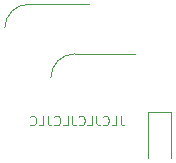
<source format=gbr>
%TF.GenerationSoftware,KiCad,Pcbnew,(6.0.7-1)-1*%
%TF.CreationDate,2022-09-12T14:41:07+08:00*%
%TF.ProjectId,0101-HOTSWAP-KEY,30313031-2d48-44f5-9453-5741502d4b45,V1.0*%
%TF.SameCoordinates,Original*%
%TF.FileFunction,Legend,Bot*%
%TF.FilePolarity,Positive*%
%FSLAX46Y46*%
G04 Gerber Fmt 4.6, Leading zero omitted, Abs format (unit mm)*
G04 Created by KiCad (PCBNEW (6.0.7-1)-1) date 2022-09-12 14:41:07*
%MOMM*%
%LPD*%
G01*
G04 APERTURE LIST*
%ADD10C,0.120000*%
G04 APERTURE END LIST*
D10*
X15995238Y7238096D02*
X15995238Y6666667D01*
X16033333Y6552381D01*
X16109523Y6476191D01*
X16223809Y6438096D01*
X16300000Y6438096D01*
X15233333Y6438096D02*
X15614285Y6438096D01*
X15614285Y7238096D01*
X14509523Y6514286D02*
X14547619Y6476191D01*
X14661904Y6438096D01*
X14738095Y6438096D01*
X14852380Y6476191D01*
X14928571Y6552381D01*
X14966666Y6628572D01*
X15004761Y6780953D01*
X15004761Y6895239D01*
X14966666Y7047620D01*
X14928571Y7123810D01*
X14852380Y7200000D01*
X14738095Y7238096D01*
X14661904Y7238096D01*
X14547619Y7200000D01*
X14509523Y7161905D01*
X13938095Y7238096D02*
X13938095Y6666667D01*
X13976190Y6552381D01*
X14052380Y6476191D01*
X14166666Y6438096D01*
X14242857Y6438096D01*
X13176190Y6438096D02*
X13557142Y6438096D01*
X13557142Y7238096D01*
X12452380Y6514286D02*
X12490476Y6476191D01*
X12604761Y6438096D01*
X12680952Y6438096D01*
X12795238Y6476191D01*
X12871428Y6552381D01*
X12909523Y6628572D01*
X12947619Y6780953D01*
X12947619Y6895239D01*
X12909523Y7047620D01*
X12871428Y7123810D01*
X12795238Y7200000D01*
X12680952Y7238096D01*
X12604761Y7238096D01*
X12490476Y7200000D01*
X12452380Y7161905D01*
X11880952Y7238096D02*
X11880952Y6666667D01*
X11919047Y6552381D01*
X11995238Y6476191D01*
X12109523Y6438096D01*
X12185714Y6438096D01*
X11119047Y6438096D02*
X11500000Y6438096D01*
X11500000Y7238096D01*
X10395238Y6514286D02*
X10433333Y6476191D01*
X10547619Y6438096D01*
X10623809Y6438096D01*
X10738095Y6476191D01*
X10814285Y6552381D01*
X10852380Y6628572D01*
X10890476Y6780953D01*
X10890476Y6895239D01*
X10852380Y7047620D01*
X10814285Y7123810D01*
X10738095Y7200000D01*
X10623809Y7238096D01*
X10547619Y7238096D01*
X10433333Y7200000D01*
X10395238Y7161905D01*
X9823809Y7238096D02*
X9823809Y6666667D01*
X9861904Y6552381D01*
X9938095Y6476191D01*
X10052380Y6438096D01*
X10128571Y6438096D01*
X9061904Y6438096D02*
X9442857Y6438096D01*
X9442857Y7238096D01*
X8338095Y6514286D02*
X8376190Y6476191D01*
X8490476Y6438096D01*
X8566666Y6438096D01*
X8680952Y6476191D01*
X8757142Y6552381D01*
X8795238Y6628572D01*
X8833333Y6780953D01*
X8833333Y6895239D01*
X8795238Y7047620D01*
X8757142Y7123810D01*
X8680952Y7200000D01*
X8566666Y7238096D01*
X8490476Y7238096D01*
X8376190Y7200000D01*
X8338095Y7161905D01*
%TO.C,SW1*%
X8200000Y16700000D02*
X13300000Y16700000D01*
X12100000Y12500000D02*
X17200000Y12500000D01*
X12100000Y12500000D02*
G75*
G03*
X10100000Y10500000I-1J-1999999D01*
G01*
X8200000Y16700000D02*
G75*
G03*
X6200000Y14700000I-1J-1999999D01*
G01*
%TO.C,D1*%
X20300000Y7550000D02*
X20300000Y3650000D01*
X18300000Y7550000D02*
X18300000Y3650000D01*
X18300000Y7550000D02*
X20300000Y7550000D01*
%TD*%
M02*

</source>
